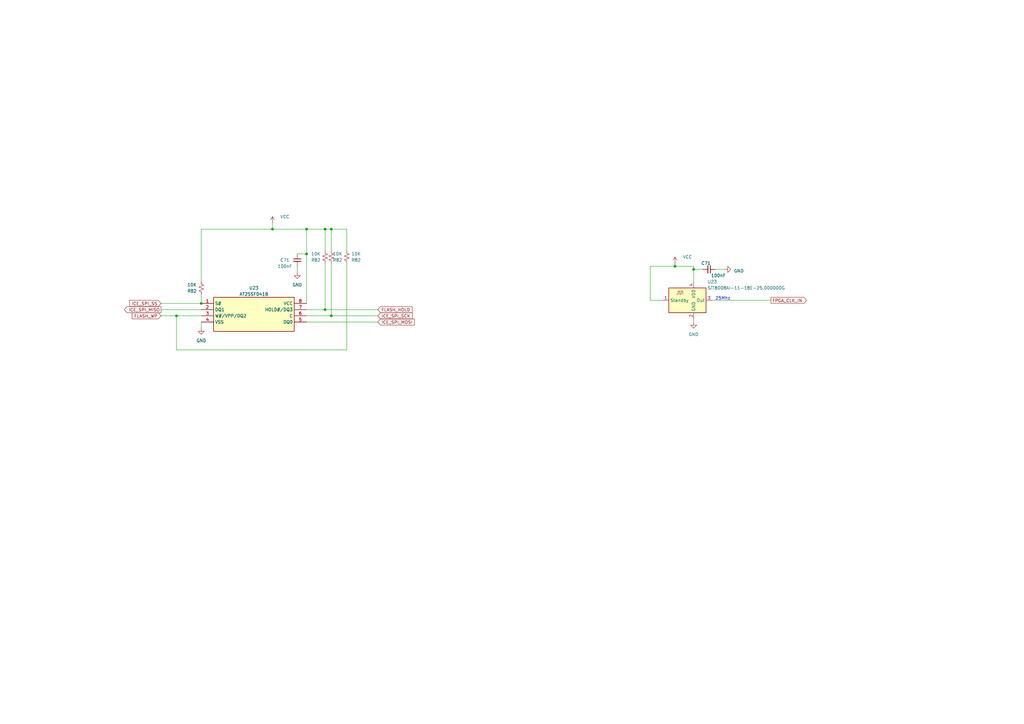
<source format=kicad_sch>
(kicad_sch (version 20230121) (generator eeschema)
  (paper "A3")
  (title_block (title "Gonk") (date "2023-07-20") (rev "P0"))
  (lib_symbols
    (symbol "Device:C_Small" (pin_numbers hide) (pin_names (offset 0.254) hide)
      (property "Reference" "C" (at 0.254 1.778 0))
      (property "Value" "C_Small" (at 0.254 -2.032 0))
      (symbol "C_Small_0_1"
        (polyline (pts (xy -1.524 -0.508) (xy 1.524 -0.508)) (stroke (width 0.3302)))
        (polyline (pts (xy -1.524 0.508) (xy 1.524 0.508)) (stroke (width 0.3048)))
      )
      (symbol "C_Small_1_1"
        (pin passive line (at 0 2.54 270) (length 2.032) (name "~") (number "1"))
        (pin passive line (at 0 -2.54 90) (length 2.032) (name "~") (number "2"))
      )
    )
    (symbol "Device:R_Small_US" (pin_numbers hide) (pin_names (offset 0.254) hide)
      (property "Reference" "R" (at 0.762 0.508 0))
      (property "Value" "R_Small_US" (at 0.762 -1.016 0))
      (symbol "R_Small_US_1_1"
        (polyline (pts (xy 0 0) (xy 1.016 -0.381) (xy 0 -0.762) (xy -1.016 -1.143) (xy 0 -1.524)))
        (polyline (pts (xy 0 1.524) (xy 1.016 1.143) (xy 0 0.762) (xy -1.016 0.381) (xy 0 0)))
        (pin passive line (at 0 2.54 270) (length 1.016) (name "~") (number "1"))
        (pin passive line (at 0 -2.54 90) (length 1.016) (name "~") (number "2"))
      )
    )
    (symbol "Memory_EEPROM:N25Q032A13ESC40F"
      (property "Reference" "U" (at 39.37 7.62 0))
      (property "Value" "N25Q032A13ESC40F" (at 39.37 5.08 0))
      (symbol "N25Q032A13ESC40F_1_1"
        (rectangle (start 5.08 2.54) (end 38.1 -11.43) (stroke (width 0.254)) (fill (type background)))
        (pin passive line (at 0 0 0) (length 5.08) (name "S#") (number "1"))
        (pin passive line (at 0 -2.54 0) (length 5.08) (name "DQ1") (number "2"))
        (pin passive line (at 0 -5.08 0) (length 5.08) (name "W#/VPP/DQ2") (number "3"))
        (pin passive line (at 0 -7.62 0) (length 5.08) (name "VSS") (number "4"))
        (pin passive line (at 43.18 -7.62 180) (length 5.08) (name "DQ0") (number "5"))
        (pin passive line (at 43.18 -5.08 180) (length 5.08) (name "C") (number "6"))
        (pin passive line (at 43.18 -2.54 180) (length 5.08) (name "HOLD#/DQ3") (number "7"))
        (pin passive line (at 43.18 0 180) (length 5.08) (name "VCC") (number "8"))
      )
    )
    (symbol "Oscillator:ASDMB-xxxMHz"
      (property "Reference" "U" (at -6.35 6.35 0))
      (property "Value" "ASDMB-xxxMHz" (at 11.43 6.35 0))
      (symbol "ASDMB-xxxMHz_1_1"
        (rectangle (start -7.62 5.08) (end 7.62 -5.08) (stroke (width 0.254)) (fill (type background)))
        (polyline (pts (xy -4.445 2.54) (xy -3.81 2.54) (xy -3.81 3.81) (xy -3.175 3.81) (xy -3.175 2.54) (xy -2.54 2.54) (xy -2.54 3.81) (xy -1.905 3.81) (xy -1.905 2.54)))
        (pin input line (at -10.16 0 0) (length 2.54) (name "Standby") (number "1"))
        (pin power_in line (at 2.54 -7.62 90) (length 2.54) (name "GND") (number "2"))
        (pin output line (at 10.16 0 180) (length 2.54) (name "Out") (number "3"))
        (pin power_in line (at 2.54 7.62 270) (length 2.54) (name "VDD") (number "4"))
      )
    )
    (symbol "power:GND" (power) (pin_names (offset 0))
      (property "Value" "GND" (at 0 -3.81 0))
      (symbol "GND_0_1"
        (polyline (pts (xy 0 0) (xy 0 -1.27) (xy 1.27 -1.27) (xy 0 -2.54) (xy -1.27 -1.27) (xy 0 -1.27)))
      )
      (symbol "GND_1_1"
        (pin power_in line (at 0 0 270) (length 0) hide (name "GND") (number "1"))
      )
    )
    (symbol "power:VCC_GONK" (power) (pin_names (offset 0))
      (property "Value" "VCC_GONK" (at 0 3.81 0))
      (symbol "VCC_GONK_0_1"
        (polyline (pts (xy -0.762 1.27) (xy 0 2.54)))
        (polyline (pts (xy 0 0) (xy 0 2.54)))
        (polyline (pts (xy 0 2.54) (xy 0.762 1.27)))
      )
      (symbol "VCC_GONK_1_1"
        (pin power_in line (at 0 0 90) (length 0) hide (name "VCC") (number "1"))
      )
    )
  )
  (junction (at 72.39 129.54))
  (junction (at 276.86 109.22))
  (junction (at 133.35 127))
  (junction (at 111.76 93.98))
  (junction (at 133.35 93.98))
  (junction (at 135.89 129.54))
  (junction (at 135.89 93.98))
  (junction (at 125.73 93.98))
  (junction (at 284.48 110.49))
  (junction (at 82.55 124.46))
  (junction (at 125.73 104.14))
  (wire (pts (xy 111.76 91.44) (xy 111.76 93.98)))
  (wire (pts (xy 82.55 129.54) (xy 72.39 129.54)))
  (wire (pts (xy 125.73 93.98) (xy 111.76 93.98)))
  (wire (pts (xy 133.35 93.98) (xy 135.89 93.98)))
  (wire (pts (xy 284.48 130.81) (xy 284.48 132.08)))
  (wire (pts (xy 125.73 104.14) (xy 125.73 93.98)))
  (wire (pts (xy 66.04 124.46) (xy 82.55 124.46)))
  (wire (pts (xy 135.89 93.98) (xy 142.24 93.98)))
  (wire (pts (xy 125.73 127) (xy 133.35 127)))
  (wire (pts (xy 72.39 143.51) (xy 142.24 143.51)))
  (wire (pts (xy 284.48 110.49) (xy 284.48 109.22)))
  (wire (pts (xy 276.86 107.95) (xy 276.86 109.22)))
  (wire (pts (xy 82.55 132.08) (xy 82.55 134.62)))
  (wire (pts (xy 266.7 109.22) (xy 276.86 109.22)))
  (wire (pts (xy 271.78 123.19) (xy 266.7 123.19)))
  (wire (pts (xy 135.89 129.54) (xy 154.94 129.54)))
  (wire (pts (xy 66.04 127) (xy 82.55 127)))
  (wire (pts (xy 125.73 124.46) (xy 125.73 104.14)))
  (wire (pts (xy 266.7 123.19) (xy 266.7 109.22)))
  (wire (pts (xy 133.35 107.95) (xy 133.35 127)))
  (wire (pts (xy 133.35 127) (xy 154.94 127)))
  (wire (pts (xy 125.73 93.98) (xy 133.35 93.98)))
  (wire (pts (xy 284.48 115.57) (xy 284.48 110.49)))
  (wire (pts (xy 82.55 93.98) (xy 111.76 93.98)))
  (wire (pts (xy 82.55 115.57) (xy 82.55 93.98)))
  (wire (pts (xy 316.23 123.19) (xy 292.1 123.19)))
  (wire (pts (xy 293.37 110.49) (xy 297.18 110.49)))
  (wire (pts (xy 121.92 109.22) (xy 121.92 111.76)))
  (wire (pts (xy 72.39 129.54) (xy 72.39 143.51)))
  (wire (pts (xy 133.35 102.87) (xy 133.35 93.98)))
  (wire (pts (xy 66.04 129.54) (xy 72.39 129.54)))
  (wire (pts (xy 121.92 104.14) (xy 125.73 104.14)))
  (wire (pts (xy 284.48 110.49) (xy 288.29 110.49)))
  (wire (pts (xy 142.24 102.87) (xy 142.24 93.98)))
  (wire (pts (xy 142.24 107.95) (xy 142.24 143.51)))
  (wire (pts (xy 276.86 109.22) (xy 284.48 109.22)))
  (wire (pts (xy 135.89 107.95) (xy 135.89 129.54)))
  (wire (pts (xy 82.55 120.65) (xy 82.55 124.46)))
  (wire (pts (xy 125.73 132.08) (xy 154.94 132.08)))
  (wire (pts (xy 125.73 129.54) (xy 135.89 129.54)))
  (wire (pts (xy 135.89 93.98) (xy 135.89 102.87)))
  (text "25Mhz" (at 293.37 123.19 0) (effects (font (size 1.27 1.27)) (justify left bottom)))
  (global_label "ICE_SPI_MISO" (shape output) (at 66.04 127 180) (property "Intersheetrefs" "${INTERSHEET_REFS}" (at 50.4947 127 0) (effects (justify right))))
  (global_label "FPGA_CLK_IN" (shape output) (at 316.23 123.19 0) (property "Intersheetrefs" "${INTERSHEET_REFS}" (at 331.2916 123.19 0) (effects (justify left))))
  (global_label "FLASH_HOLD" (shape input) (at 154.94 127 0) (property "Intersheetrefs" "${INTERSHEET_REFS}" (at 169.5178 127 0) (effects (justify left))))
  (global_label "FLASH_WP" (shape input) (at 66.04 129.54 180) (property "Intersheetrefs" "${INTERSHEET_REFS}" (at 53.6999 129.54 0) (effects (justify right))))
  (global_label "ICE_SPI_SS" (shape input) (at 66.04 124.46 180) (property "Intersheetrefs" "${INTERSHEET_REFS}" (at 52.6719 124.46 0) (effects (justify right))))
  (global_label "ICE_SPI_SCK" (shape input) (at 154.94 129.54 0) (property "Intersheetrefs" "${INTERSHEET_REFS}" (at 169.6386 129.54 0) (effects (justify left))))
  (global_label "ICE_SPI_MOSI" (shape input) (at 154.94 132.08 0) (property "Intersheetrefs" "${INTERSHEET_REFS}" (at 170.4853 132.08 0) (effects (justify left))))
  (symbol (lib_id "power:GND") (at 284.48 132.08 0) (unit 1)
    (property "Reference" "#PWR0215" (effects hide))
    (property "Value" "GND" (at 284.48 137.16 0))
    (instances (project "Gonk" (path "" (reference "#PWR0215") (unit 1)) (path "" (reference "#PWR0235") (unit 1))))
  )
  (symbol (lib_id "power:VCC_GONK") (at 111.76 91.44 0) (unit 1)
    (property "Reference" "#PWR0200" (effects hide))
    (property "Value" "VCC_GONK" (at 116.84 88.9 0))
    (instances (project "Gonk" (path "" (reference "#PWR0200") (unit 1)) (path "" (reference "#PWR0216") (unit 1)) (path "" (reference "#PWR0232") (unit 1))))
  )
  (symbol (lib_id "Device:R_Small_US") (at 135.89 105.41 0) (unit 1)
    (property "Reference" "R82" (at 138.43 106.68 0))
    (property "Value" "10K" (at 138.43 104.14 0))
    (property "Footprint" "Resistor_SMD:R_0402_1005Metric" (effects hide))
    (instances (project "Gonk" (path "" (reference "R82") (unit 1)) (path "" (reference "R79") (unit 1)) (path "" (reference "R109") (unit 1))))
  )
  (symbol (lib_id "Device:R_Small_US") (at 82.55 118.11 0) (unit 1)
    (property "Reference" "R82" (at 78.74 119.38 0))
    (property "Value" "10K" (at 78.74 116.84 0))
    (property "Footprint" "Resistor_SMD:R_0402_1005Metric" (effects hide))
    (instances (project "Gonk" (path "" (reference "R82") (unit 1)) (path "" (reference "R65") (unit 1)) (path "" (reference "R111") (unit 1))))
  )
  (symbol (lib_id "power:VCC_GONK") (at 276.86 107.95 0) (unit 1)
    (property "Reference" "#PWR0200" (effects hide))
    (property "Value" "VCC_GONK" (at 281.94 105.41 0))
    (instances (project "Gonk" (path "" (reference "#PWR0200") (unit 1)) (path "" (reference "#PWR0216") (unit 1)) (path "" (reference "#PWR093") (unit 1))))
  )
  (symbol (lib_id "power:GND") (at 82.55 134.62 0) (unit 1)
    (property "Reference" "#PWR0215" (effects hide))
    (property "Value" "GND" (at 82.55 139.7 0))
    (instances (project "Gonk" (path "" (reference "#PWR0215") (unit 1)) (path "" (reference "#PWR0236") (unit 1))))
  )
  (symbol (lib_id "Device:C_Small") (at 290.83 110.49 270) (unit 1)
    (property "Reference" "C71" (at 289.56 107.95 90))
    (property "Value" "100nF" (at 294.64 113.03 90))
    (property "Footprint" "Capacitor_SMD:C_0402_1005Metric" (effects hide))
    (instances (project "Gonk" (path "" (reference "C71") (unit 1)) (path "" (reference "C65") (unit 1)) (path "" (reference "C113") (unit 1))))
  )
  (symbol (lib_id "Device:R_Small_US") (at 142.24 105.41 0) (unit 1)
    (property "Reference" "R82" (at 146.05 106.68 0))
    (property "Value" "10K" (at 146.05 104.14 0))
    (property "Footprint" "Resistor_SMD:R_0402_1005Metric" (effects hide))
    (instances (project "Gonk" (path "" (reference "R82") (unit 1)) (path "" (reference "R80") (unit 1)) (path "" (reference "R110") (unit 1))))
  )
  (symbol (lib_id "power:GND") (at 121.92 111.76 0) (unit 1)
    (property "Reference" "#PWR0217" (effects hide))
    (property "Value" "GND" (at 121.92 116.84 0))
    (instances (project "Gonk" (path "" (reference "#PWR0217") (unit 1)) (path "" (reference "#PWR0234") (unit 1))))
  )
  (symbol (lib_id "power:GND") (at 297.18 110.49 90) (unit 1)
    (property "Reference" "#PWR0215" (effects hide))
    (property "Value" "GND" (at 300.99 111.125 90) (effects (justify right)))
    (instances (project "Gonk" (path "" (reference "#PWR0215") (unit 1)) (path "" (reference "#PWR0233") (unit 1))))
  )
  (symbol (lib_id "Oscillator:ASDMB-xxxMHz") (at 281.94 123.19 0) (unit 1)
    (property "Reference" "U23" (at 292.1 115.57 0))
    (property "Value" "SiT8008AI-11-18E-25.000000G" (at 306.07 118.11 0))
    (property "Footprint" "Oscillator:Oscillator_SMD_Abracon_ASDMB-4Pin_2.5x2.0mm" (effects hide))
    (property "Datasheet" "https://abracon.com/Oscillators/ASDMB.pdf" (effects hide))
  )
  (symbol (lib_id "Memory_EEPROM:N25Q032A13ESC40F") (at 82.55 124.46 0) (unit 1)
    (property "Reference" "U23" (at 104.14 118.11 0))
    (property "Value" "AT25SF041B" (at 104.14 120.65 0))
    (property "Footprint" "Package_SO:8-SOIC" (effects hide))
    (property "Datasheet" "https://media-www.micron.com/-/media/client/global/documents/products/data-sheet/nor-flash/serial-nor/n25q/n25q_32mb_3v_65nm.pdf?rev=27fc6016fc5249adb4bb8f221e72b395" (effects hide))
    (property "Height" "1.75" (effects hide))
    (property "Manufacturer_Name" "Alliance Memory" (effects hide))
    (property "Manufacturer_Part_Number" "N25Q032A13ESC40F" (effects hide))
    (property "Mouser Part Number" "913-N25Q032A13ESC40F" (effects hide))
    (property "Mouser Price/Stock" "https://www.mouser.co.uk/ProductDetail/Alliance-Memory/N25Q032A13ESC40F?qs=W%2FMpXkg%252BdQ70%2FmLJsMq3Ww%3D%3D" (effects hide))
    (instances (project "Gonk" (path "" (reference "U23") (unit 1)) (path "" (reference "U24") (unit 1))))
  )
  (symbol (lib_id "Device:R_Small_US") (at 133.35 105.41 0) (unit 1)
    (property "Reference" "R82" (at 129.54 106.68 0))
    (property "Value" "10K" (at 129.54 104.14 0))
    (property "Footprint" "Resistor_SMD:R_0402_1005Metric" (effects hide))
    (instances (project "Gonk" (path "" (reference "R82") (unit 1)) (path "" (reference "R66") (unit 1)) (path "" (reference "R108") (unit 1))))
  )
  (symbol (lib_id "Device:C_Small") (at 121.92 106.68 0) (unit 1)
    (property "Reference" "C71" (at 116.84 106.68 0))
    (property "Value" "100nF" (at 116.84 109.22 0))
    (property "Footprint" "Capacitor_SMD:C_0402_1005Metric" (effects hide))
    (instances (project "Gonk" (path "" (reference "C71") (unit 1)) (path "" (reference "C87") (unit 1)) (path "" (reference "C112") (unit 1))))
  )
)
</source>
